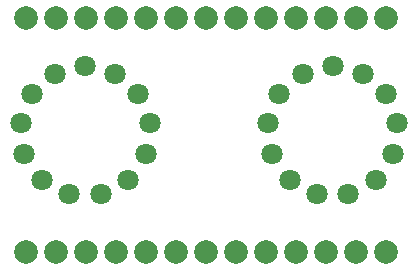
<source format=gbl>
G04 MADE WITH FRITZING*
G04 WWW.FRITZING.ORG*
G04 DOUBLE SIDED*
G04 HOLES PLATED*
G04 CONTOUR ON CENTER OF CONTOUR VECTOR*
%ASAXBY*%
%FSLAX23Y23*%
%MOIN*%
%OFA0B0*%
%SFA1.0B1.0*%
%ADD10C,0.078740*%
%ADD11C,0.070866*%
%LNCOPPER0*%
G90*
G70*
G54D10*
X217Y864D03*
X217Y85D03*
X317Y864D03*
X317Y85D03*
X417Y864D03*
X417Y85D03*
X517Y864D03*
X517Y85D03*
X617Y864D03*
X617Y85D03*
X717Y864D03*
X717Y85D03*
X817Y864D03*
X817Y85D03*
X917Y864D03*
X917Y85D03*
X1017Y864D03*
X1017Y85D03*
X1117Y864D03*
X1117Y85D03*
X1217Y864D03*
X1217Y85D03*
X1317Y864D03*
X1317Y85D03*
X1417Y864D03*
X1417Y85D03*
G54D11*
X414Y704D03*
X515Y679D03*
X592Y610D03*
X629Y513D03*
X617Y410D03*
X558Y325D03*
X466Y277D03*
X362Y277D03*
X271Y325D03*
X212Y410D03*
X199Y513D03*
X236Y610D03*
X314Y679D03*
X1239Y704D03*
X1340Y679D03*
X1417Y610D03*
X1454Y513D03*
X1442Y410D03*
X1383Y325D03*
X1291Y277D03*
X1187Y277D03*
X1096Y325D03*
X1037Y410D03*
X1024Y513D03*
X1061Y610D03*
X1139Y679D03*
G04 End of Copper0*
M02*
</source>
